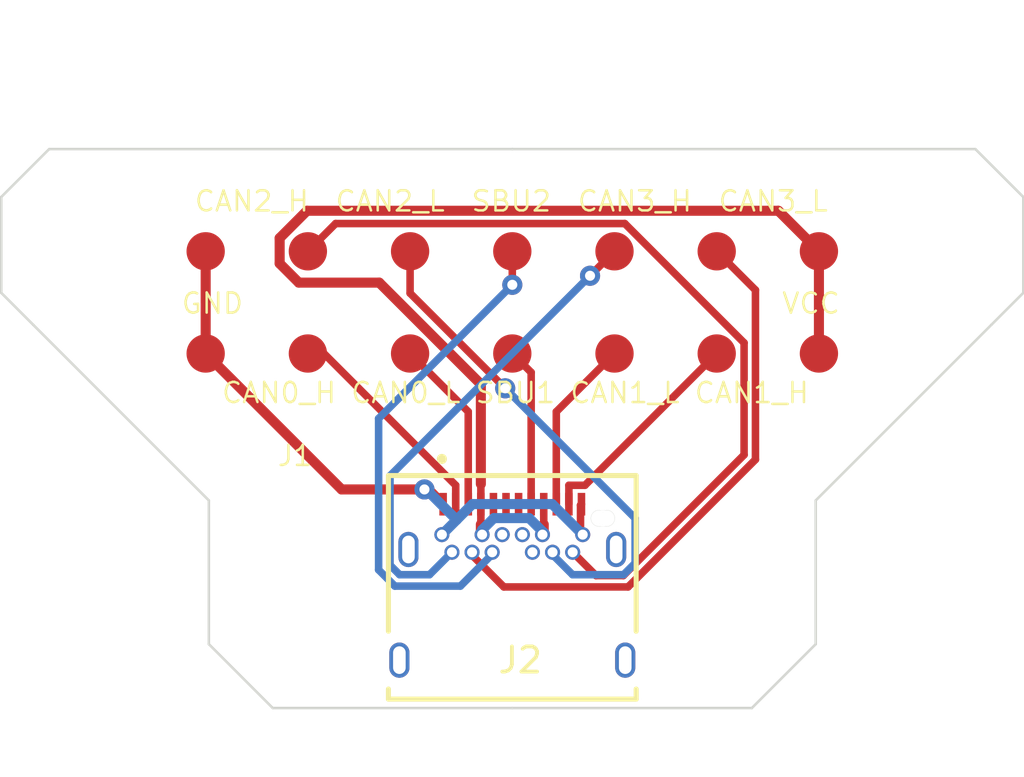
<source format=kicad_pcb>
(kicad_pcb (version 20221018) (generator pcbnew)
  (layers (0 "F.Cu" signal) (31 "B.Cu" signal) (34 "B.Paste" user) (35 "F.Paste" user) (36 "B.SilkS" user "B.Silkscreen") (37 "F.SilkS" user "F.Silkscreen") (38 "B.Mask" user) (39 "F.Mask" user) (44 "Edge.Cuts" user))
  (net 0 "")
  (net 1 "+12V")
  (net 2 "/CAN0_H")
  (net 3 "/CAN0_L")
  (net 4 "GND")
  (net 8 "/SBU1")
  (net 9 "/CAN1_L")
  (net 10 "/CAN1_H")
  (net 11 "/CAN2_H")
  (net 12 "/CAN2_L")
  (net 16 "/SBU2")
  (net 17 "/CAN3_L")
  (net 18 "/CAN3_H")
  (footprint "MountingHole:MountingHole_3mm" (layer "F.Cu") (at 123.698 76.962)
    (fp_text reference "H1" hide)
    (fp_text value "MountingHole" hide)
    (pad "" np_thru_hole circle (at 0 0) (size 3 3) (drill 3) (layers "*.Cu" "*.Mask"))
  )
  (footprint "CommaPogo_Library:GCT_USB4056-03-A_REVA2" (layer "F.Cu") (at 140.335 93.98)
    (fp_text reference "J2" (at 0.3175 0) (layer "F.SilkS"))
    (fp_text value "Conn_02x12_Row_Letter_Last")
    (fp_line (start -4.925 -7.34) (end -4.925 -1.15) (stroke (width 0.2)) (layer "F.SilkS"))
    (fp_line (start -4.925 -7.34) (end 4.925 -7.34) (stroke (width 0.2)) (layer "F.SilkS"))
    (fp_line (start -4.925 1.55) (end -4.925 1.15) (stroke (width 0.2)) (layer "F.SilkS"))
    (fp_line (start -4.925 1.55) (end 4.925 1.55) (stroke (width 0.2)) (layer "F.SilkS"))
    (fp_line (start 4.925 -1.15) (end 4.925 -7.34) (stroke (width 0.2)) (layer "F.SilkS"))
    (fp_line (start 4.925 1.55) (end 4.925 1.15) (stroke (width 0.2)) (layer "F.SilkS"))
    (fp_circle (center -2.8 -8) (end -2.7 -8) (stroke (width 0.2)) (fill none) (layer "F.SilkS"))
    (fp_line (start 3.45 -5.965) (end 3.75 -5.965) (stroke (width 0.01)) (layer "Edge.Cuts"))
    (fp_line (start 3.75 -5.315) (end 3.45 -5.315) (stroke (width 0.01)) (layer "Edge.Cuts"))
    (fp_arc (start 3.125 -5.64) (mid 3.22019 -5.86981) (end 3.45 -5.965) (stroke (width 0.01)) (layer "Edge.Cuts"))
    (fp_arc (start 3.45 -5.315) (mid 3.22019 -5.41019) (end 3.125 -5.64) (stroke (width 0.01)) (layer "Edge.Cuts"))
    (fp_arc (start 3.75 -5.965) (mid 3.97981 -5.86981) (end 4.075 -5.64) (stroke (width 0.01)) (layer "Edge.Cuts"))
    (fp_arc (start 4.075 -5.64) (mid 3.97981 -5.41019) (end 3.75 -5.315) (stroke (width 0.01)) (layer "Edge.Cuts"))
    (pad "" np_thru_hole circle (at -3.6 -5.64) (size 0.65 0.65) (drill 0.65) (layers "*.Cu" "*.Mask"))
    (pad "" np_thru_hole circle (at 3.6 -5.64) (size 0.65 0.65) (drill 0.65) (layers "*.Cu" "*.Mask"))
    (pad "A1" smd rect (at -2.75 -6.2) (size 0.3 0.9) (layers "F.Cu" "F.Paste" "F.Mask") (net 4 "GND"))
    (pad "A2" smd rect (at -2.25 -6.2) (size 0.3 0.9) (layers "F.Cu" "F.Paste" "F.Mask") (net 2 "/CAN0_H"))
    (pad "A3" smd rect (at -1.75 -6.2) (size 0.3 0.9) (layers "F.Cu" "F.Paste" "F.Mask") (net 3 "/CAN0_L"))
    (pad "A4" smd rect (at -1.25 -6.2) (size 0.3 0.9) (layers "F.Cu" "F.Paste" "F.Mask") (net 1 "+12V"))
    (pad "A5" smd rect (at -0.75 -6.2) (size 0.3 0.9) (layers "F.Cu" "F.Paste" "F.Mask"))
    (pad "A6" smd rect (at -0.25 -6.2) (size 0.3 0.9) (layers "F.Cu" "F.Paste" "F.Mask"))
    (pad "A7" smd rect (at 0.25 -6.2) (size 0.3 0.9) (layers "F.Cu" "F.Paste" "F.Mask"))
    (pad "A8" smd rect (at 0.75 -6.2) (size 0.3 0.9) (layers "F.Cu" "F.Paste" "F.Mask") (net 8 "/SBU1"))
    (pad "A9" smd rect (at 1.25 -6.2) (size 0.3 0.9) (layers "F.Cu" "F.Paste" "F.Mask") (net 1 "+12V"))
    (pad "A10" smd rect (at 1.75 -6.2) (size 0.3 0.9) (layers "F.Cu" "F.Paste" "F.Mask") (net 9 "/CAN1_L"))
    (pad "A11" smd rect (at 2.25 -6.2) (size 0.3 0.9) (layers "F.Cu" "F.Paste" "F.Mask") (net 10 "/CAN1_H"))
    (pad "A12" smd rect (at 2.75 -6.2) (size 0.3 0.9) (layers "F.Cu" "F.Paste" "F.Mask") (net 4 "GND"))
    (pad "B1" thru_hole circle (at 2.8 -4.99) (size 0.6 0.6) (drill 0.4) (layers "*.Cu" "*.Mask") (net 4 "GND"))
    (pad "B2" thru_hole circle (at 2.4 -4.29) (size 0.6 0.6) (drill 0.4) (layers "*.Cu" "*.Mask") (net 11 "/CAN2_H"))
    (pad "B3" thru_hole circle (at 1.6 -4.29) (size 0.6 0.6) (drill 0.4) (layers "*.Cu" "*.Mask") (net 12 "/CAN2_L"))
    (pad "B4" thru_hole circle (at 1.2 -4.99) (size 0.6 0.6) (drill 0.4) (layers "*.Cu" "*.Mask") (net 1 "+12V"))
    (pad "B5" thru_hole circle (at 0.8 -4.29) (size 0.6 0.6) (drill 0.4) (layers "*.Cu" "*.Mask"))
    (pad "B6" thru_hole circle (at 0.4 -4.99) (size 0.6 0.6) (drill 0.4) (layers "*.Cu" "*.Mask"))
    (pad "B7" thru_hole circle (at -0.4 -4.99) (size 0.6 0.6) (drill 0.4) (layers "*.Cu" "*.Mask"))
    (pad "B8" thru_hole circle (at -0.8 -4.29) (size 0.6 0.6) (drill 0.4) (layers "*.Cu" "*.Mask") (net 16 "/SBU2"))
    (pad "B9" thru_hole circle (at -1.2 -4.99) (size 0.6 0.6) (drill 0.4) (layers "*.Cu" "*.Mask") (net 1 "+12V"))
    (pad "B10" thru_hole circle (at -1.6 -4.29) (size 0.6 0.6) (drill 0.4) (layers "*.Cu" "*.Mask") (net 17 "/CAN3_L"))
    (pad "B11" thru_hole circle (at -2.4 -4.29) (size 0.6 0.6) (drill 0.4) (layers "*.Cu" "*.Mask") (net 18 "/CAN3_H"))
    (pad "B12" thru_hole circle (at -2.8 -4.99) (size 0.6 0.6) (drill 0.4) (layers "*.Cu" "*.Mask") (net 4 "GND"))
    (pad "S1" thru_hole oval (at -4.13 -4.4) (size 0.8 1.4) (drill oval 0.5 1.1) (layers "*.Cu" "*.Mask"))
    (pad "S2" thru_hole oval (at 4.13 -4.4) (size 0.8 1.4) (drill oval 0.5 1.1) (layers "*.Cu" "*.Mask"))
    (pad "S3" thru_hole oval (at -4.49 0) (size 0.8 1.4) (drill oval 0.5 1.1) (layers "*.Cu" "*.Mask"))
    (pad "S4" thru_hole oval (at 4.49 0) (size 0.8 1.4) (drill oval 0.5 1.1) (layers "*.Cu" "*.Mask"))
  )
  (footprint "MountingHole:MountingHole_3mm" (layer "F.Cu") (at 148.844 92.202)
    (fp_text reference "H4" hide)
    (fp_text value "MountingHole" hide)
    (pad "" np_thru_hole circle (at 0 0) (size 3 3) (drill 3) (layers "*.Cu" "*.Mask"))
  )
  (footprint "MountingHole:MountingHole_3mm" (layer "F.Cu") (at 131.826 92.202)
    (fp_text reference "H3" hide)
    (fp_text value "MountingHole" hide)
    (pad "" np_thru_hole circle (at 0 0) (size 3 3) (drill 3) (layers "*.Cu" "*.Mask"))
  )
  (footprint "MountingHole:MountingHole_3mm" (layer "F.Cu") (at 156.972 76.962)
    (fp_text reference "H2" hide)
    (fp_text value "MountingHole" hide)
    (pad "" np_thru_hole circle (at 0 0) (size 3 3) (drill 3) (layers "*.Cu" "*.Mask"))
  )
  (footprint "CommaPogo_Library:2x7_Pogo_Male" (layer "F.Cu") (at 140.335 83.82)
    (fp_text reference "J1" (at -8.636 2.032 unlocked) (layer "F.SilkS") (effects (font (size 0.8 0.8) (thickness 0.1))))
    (fp_text value "Conn_02x07_Row_Letter_Last")
    (fp_text user "VCC" (at 10.668 -3.556 unlocked) (layer "F.SilkS") (effects (font (size 0.8 0.8) (thickness 0.1)) (justify left bottom)))
    (fp_text user "CAN3_H" (at 2.539998 -7.62 unlocked) (layer "F.SilkS") (effects (font (size 0.8 0.8) (thickness 0.1)) (justify left bottom)))
    (fp_text user "CAN0_L" (at -6.470621 0 unlocked) (layer "F.SilkS") (effects (font (size 0.8 0.8) (thickness 0.1)) (justify left bottom)))
    (fp_text user "SBU1" (at -1.524002 0 unlocked) (layer "F.SilkS") (effects (font (size 0.8 0.8) (thickness 0.1)) (justify left bottom)))
    (fp_text user "GND" (at -13.208 -3.556 unlocked) (layer "F.SilkS") (effects (font (size 0.8 0.8) (thickness 0.1)) (justify left bottom)))
    (fp_text user "SBU2" (at -1.68605 -7.62 unlocked) (layer "F.SilkS") (effects (font (size 0.8 0.8) (thickness 0.1)) (justify left bottom)))
    (fp_text user "CAN2_H" (at -12.690526 -7.62 unlocked) (layer "F.SilkS") (effects (font (size 0.8 0.8) (thickness 0.1)) (justify left bottom)))
    (fp_text user "CAN0_H" (at -11.607716 0 unlocked) (layer "F.SilkS") (effects (font (size 0.8 0.8) (thickness 0.1)) (justify left bottom)))
    (fp_text user "CAN3_L" (at 8.137474 -7.62 unlocked) (layer "F.SilkS") (effects (font (size 0.8 0.8) (thickness 0.1)) (justify left bottom)))
    (fp_text user "CAN1_L" (at 2.241665 0 unlocked) (layer "F.SilkS") (effects (font (size 0.8 0.8) (thickness 0.1)) (justify left bottom)))
    (fp_text user "CAN2_L" (at -7.09305 -7.62 unlocked) (layer "F.SilkS") (effects (font (size 0.8 0.8) (thickness 0.1)) (justify left bottom)))
    (fp_text user "CAN1_H" (at 7.188284 0 unlocked) (layer "F.SilkS") (effects (font (size 0.8 0.8) (thickness 0.1)) (justify left bottom)))
    (pad "1" smd circle (at -12.192 -6.096) (size 1.524 1.524) (layers "F.Cu" "F.Paste" "F.Mask") (net 4 "GND"))
    (pad "2" smd circle (at -8.128 -6.096) (size 1.524 1.524) (layers "F.Cu" "F.Paste" "F.Mask") (net 11 "/CAN2_H"))
    (pad "3" smd circle (at -4.064 -6.096) (size 1.524 1.524) (layers "F.Cu" "F.Paste" "F.Mask") (net 12 "/CAN2_L"))
    (pad "4" smd circle (at 0 -6.096) (size 1.524 1.524) (layers "F.Cu" "F.Paste" "F.Mask") (net 16 "/SBU2"))
    (pad "5" smd circle (at 4.064 -6.096) (size 1.524 1.524) (layers "F.Cu" "F.Paste" "F.Mask") (net 18 "/CAN3_H"))
    (pad "6" smd circle (at 8.128 -6.096) (size 1.524 1.524) (layers "F.Cu" "F.Paste" "F.Mask") (net 17 "/CAN3_L"))
    (pad "7" smd circle (at 12.192 -6.096) (size 1.524 1.524) (layers "F.Cu" "F.Paste" "F.Mask") (net 1 "+12V"))
    (pad "8" smd circle (at -12.192 -2.032) (size 1.524 1.524) (layers "F.Cu" "F.Paste" "F.Mask") (net 4 "GND"))
    (pad "9" smd circle (at -8.128 -2.032) (size 1.524 1.524) (layers "F.Cu" "F.Paste" "F.Mask") (net 2 "/CAN0_H"))
    (pad "10" smd circle (at -4.064 -2.032) (size 1.524 1.524) (layers "F.Cu" "F.Paste" "F.Mask") (net 3 "/CAN0_L"))
    (pad "11" smd circle (at 0 -2.032) (size 1.524 1.524) (layers "F.Cu" "F.Paste" "F.Mask") (net 8 "/SBU1"))
    (pad "12" smd circle (at 4.064 -2.032) (size 1.524 1.524) (layers "F.Cu" "F.Paste" "F.Mask") (net 9 "/CAN1_L"))
    (pad "13" smd circle (at 8.128 -2.032) (size 1.524 1.524) (layers "F.Cu" "F.Paste" "F.Mask") (net 10 "/CAN1_H"))
    (pad "14" smd circle (at 12.192 -2.032) (size 1.524 1.524) (layers "F.Cu" "F.Paste" "F.Mask") (net 1 "+12V"))
  )
  (gr_line (start 158.75 73.66) (end 160.655 75.565) (stroke (width 0.1)) (layer "Edge.Cuts"))
  (gr_line (start 160.655 75.565) (end 160.655 79.375) (stroke (width 0.1)) (layer "Edge.Cuts"))
  (gr_line (start 140.335 73.66) (end 158.75 73.66) (stroke (width 0.1)) (layer "Edge.Cuts"))
  (gr_line (start 121.92 73.66) (end 140.335 73.66) (stroke (width 0.1)) (layer "Edge.Cuts"))
  (gr_line (start 120.015 79.375) (end 120.015 75.565) (stroke (width 0.1)) (layer "Edge.Cuts"))
  (gr_line (start 160.655 79.375) (end 159.385 80.645) (stroke (width 0.1)) (layer "Edge.Cuts"))
  (gr_line (start 120.015 75.565) (end 121.92 73.66) (stroke (width 0.1)) (layer "Edge.Cuts"))
  (gr_line (start 128.27 87.63) (end 128.27 93.345) (stroke (width 0.1)) (layer "Edge.Cuts"))
  (gr_line (start 159.385 80.645) (end 152.4 87.63) (stroke (width 0.1)) (layer "Edge.Cuts"))
  (gr_line (start 152.4 87.63) (end 152.4 93.345) (stroke (width 0.1)) (layer "Edge.Cuts"))
  (gr_line (start 140.335 95.885) (end 130.81 95.885) (stroke (width 0.1)) (layer "Edge.Cuts"))
  (gr_line (start 121.285 80.645) (end 120.015 79.375) (stroke (width 0.1)) (layer "Edge.Cuts"))
  (gr_line (start 149.86 95.885) (end 140.335 95.885) (stroke (width 0.1)) (layer "Edge.Cuts"))
  (gr_line (start 130.81 95.885) (end 128.27 93.345) (stroke (width 0.1)) (layer "Edge.Cuts"))
  (gr_line (start 128.27 87.63) (end 121.285 80.645) (stroke (width 0.1)) (layer "Edge.Cuts"))
  (gr_line (start 152.4 93.345) (end 149.86 95.885) (stroke (width 0.1)) (layer "Edge.Cuts"))
  (segment (start 139.085 86.9779) (end 139.085 87.78) (width 0.2998) (layer "F.Cu") (net 1))
  (segment (start 139.085 88.5821) (end 139.085 87.78) (width 0.2998) (layer "F.Cu") (net 1))
  (segment (start 131.0848 77.199) (end 131.0848 78.2088) (width 0.4) (layer "F.Cu") (net 1))
  (segment (start 139.085 88.94) (end 139.085 88.5821) (width 0.4) (layer "F.Cu") (net 1))
  (segment (start 131.8454 78.9694) (end 135.045 78.9694) (width 0.4) (layer "F.Cu") (net 1))
  (segment (start 141.535 88.99) (end 141.585 88.94) (width 0.4) (layer "F.Cu") (net 1))
  (segment (start 139.085 83.0094) (end 139.085 86.9779) (width 0.4) (layer "F.Cu") (net 1))
  (segment (start 152.527 77.724) (end 150.9156 76.1126) (width 0.4) (layer "F.Cu") (net 1))
  (segment (start 131.0848 78.2088) (end 131.8454 78.9694) (width 0.4) (layer "F.Cu") (net 1))
  (segment (start 150.9156 76.1126) (end 132.1712 76.1126) (width 0.4) (layer "F.Cu") (net 1))
  (segment (start 139.135 88.99) (end 139.085 88.94) (width 0.4) (layer "F.Cu") (net 1))
  (segment (start 141.585 88.5821) (end 141.585 87.78) (width 0.2998) (layer "F.Cu") (net 1))
  (segment (start 135.045 78.9694) (end 139.085 83.0094) (width 0.4) (layer "F.Cu") (net 1))
  (segment (start 141.585 88.94) (end 141.585 88.5821) (width 0.4) (layer "F.Cu") (net 1))
  (segment (start 132.1712 76.1126) (end 131.0848 77.199) (width 0.4) (layer "F.Cu") (net 1))
  (segment (start 152.527 81.788) (end 152.527 77.724) (width 0.4) (layer "F.Cu") (net 1))
  (segment (start 141.0042 88.3321) (end 141.535 88.8629) (width 0.4) (layer "B.Cu") (net 1))
  (segment (start 139.135 88.7991) (end 139.602 88.3321) (width 0.4) (layer "B.Cu") (net 1))
  (segment (start 139.602 88.3321) (end 141.0042 88.3321) (width 0.4) (layer "B.Cu") (net 1))
  (segment (start 141.535 88.8629) (end 141.535 88.99) (width 0.4) (layer "B.Cu") (net 1))
  (segment (start 139.135 88.99) (end 139.135 88.7991) (width 0.4) (layer "B.Cu") (net 1))
  (segment (start 138.085 87.78) (end 138.085 87.0281) (width 0.3) (layer "F.Cu") (net 2))
  (segment (start 138.085 87.0281) (end 132.8449 81.788) (width 0.3) (layer "F.Cu") (net 2))
  (segment (start 132.8449 81.788) (end 132.207 81.788) (width 0.3) (layer "F.Cu") (net 2))
  (segment (start 138.5831 87.7781) (end 138.585 87.78) (width 0.3) (layer "F.Cu") (net 3))
  (segment (start 138.5831 84.1001) (end 138.5831 87.7781) (width 0.3) (layer "F.Cu") (net 3))
  (segment (start 136.271 81.788) (end 138.5831 84.1001) (width 0.3) (layer "F.Cu") (net 3))
  (segment (start 136.8418 87.1929) (end 133.5479 87.1929) (width 0.4) (layer "F.Cu") (net 4))
  (segment (start 133.5479 87.1929) (end 128.143 81.788) (width 0.4) (layer "F.Cu") (net 4))
  (segment (start 128.143 77.724) (end 128.143 81.788) (width 0.4) (layer "F.Cu") (net 4))
  (segment (start 143.135 88.99) (end 143.0475 88.9025) (width 0.2998) (layer "F.Cu") (net 4))
  (segment (start 137.4373 87.6323) (end 136.9979 87.1929) (width 0.4) (layer "F.Cu") (net 4))
  (segment (start 143.0475 87.8175) (end 143.085 87.78) (width 0.2998) (layer "F.Cu") (net 4))
  (segment (start 137.4373 87.6323) (end 137.585 87.78) (width 0.2998) (layer "F.Cu") (net 4))
  (segment (start 143.0475 88.9025) (end 143.0475 87.8175) (width 0.2998) (layer "F.Cu") (net 4))
  (segment (start 136.9979 87.1929) (end 136.8418 87.1929) (width 0.4) (layer "F.Cu") (net 4))
  (via (at 136.8418 87.1929) (size 0.8) (drill 0.4) (layers "F.Cu" "B.Cu") (net 4))
  (segment (start 141.9193 87.7743) (end 138.7507 87.7743) (width 0.4) (layer "B.Cu") (net 4))
  (segment (start 138.1224 88.4026) (end 136.9127 87.1929) (width 0.4) (layer "B.Cu") (net 4))
  (segment (start 136.9127 87.1929) (end 136.8418 87.1929) (width 0.4) (layer "B.Cu") (net 4))
  (segment (start 138.1224 88.4026) (end 137.535 88.99) (width 0.4) (layer "B.Cu") (net 4))
  (segment (start 138.7507 87.7743) (end 138.1224 88.4026) (width 0.4) (layer "B.Cu") (net 4))
  (segment (start 143.135 88.99) (end 141.9193 87.7743) (width 0.4) (layer "B.Cu") (net 4))
  (segment (start 141.085 82.538) (end 141.085 87.78) (width 0.3) (layer "F.Cu") (net 8))
  (segment (start 140.335 81.788) (end 141.085 82.538) (width 0.3) (layer "F.Cu") (net 8))
  (segment (start 142.085 87.78) (end 142.085 84.102) (width 0.3) (layer "F.Cu") (net 9))
  (segment (start 142.085 84.102) (end 144.399 81.788) (width 0.3) (layer "F.Cu") (net 9))
  (segment (start 143.2229 87.0281) (end 148.463 81.788) (width 0.3) (layer "F.Cu") (net 10))
  (segment (start 142.585 87.0281) (end 143.2229 87.0281) (width 0.3) (layer "F.Cu") (net 10))
  (segment (start 142.585 87.78) (end 142.585 87.0281) (width 0.3) (layer "F.Cu") (net 10))
  (segment (start 149.5512 85.8173) (end 144.7507 90.6178) (width 0.3) (layer "F.Cu") (net 11))
  (segment (start 144.8082 76.6204) (end 149.5512 81.3634) (width 0.3) (layer "F.Cu") (net 11))
  (segment (start 133.3106 76.6204) (end 144.8082 76.6204) (width 0.3) (layer "F.Cu") (net 11))
  (segment (start 149.5512 81.3634) (end 149.5512 85.8173) (width 0.3) (layer "F.Cu") (net 11))
  (segment (start 143.6628 90.6178) (end 142.735 89.69) (width 0.3) (layer "F.Cu") (net 11))
  (segment (start 132.207 77.724) (end 133.3106 76.6204) (width 0.3) (layer "F.Cu") (net 11))
  (segment (start 144.7507 90.6178) (end 143.6628 90.6178) (width 0.3) (layer "F.Cu") (net 11))
  (segment (start 136.271 77.724) (end 136.271 79.3899) (width 0.3) (layer "F.Cu") (net 12))
  (segment (start 136.271 79.3899) (end 140.0528 83.1717) (width 0.3) (layer "F.Cu") (net 12))
  (via (at 140.0528 83.1717) (size 0.8) (drill 0.4) (layers "F.Cu" "B.Cu") (net 12))
  (segment (start 145.2183 90.1233) (end 145.2183 88.3372) (width 0.3) (layer "B.Cu") (net 12))
  (segment (start 141.935 89.7857) (end 142.7322 90.5829) (width 0.3) (layer "B.Cu") (net 12))
  (segment (start 145.2183 88.3372) (end 140.0528 83.1717) (width 0.3) (layer "B.Cu") (net 12))
  (segment (start 144.7587 90.5829) (end 145.2183 90.1233) (width 0.3) (layer "B.Cu") (net 12))
  (segment (start 142.7322 90.5829) (end 144.7587 90.5829) (width 0.3) (layer "B.Cu") (net 12))
  (segment (start 141.935 89.69) (end 141.935 89.7857) (width 0.3) (layer "B.Cu") (net 12))
  (segment (start 140.335 79.0565) (end 140.335 77.724) (width 0.3) (layer "F.Cu") (net 16))
  (via (at 140.335 79.0565) (size 0.8) (drill 0.4) (layers "F.Cu" "B.Cu") (net 16))
  (segment (start 138.2718 91.036) (end 135.6663 91.036) (width 0.3) (layer "B.Cu") (net 16))
  (segment (start 135.0195 84.372) (end 140.335 79.0565) (width 0.3) (layer "B.Cu") (net 16))
  (segment (start 135.6663 91.036) (end 135.0195 90.3892) (width 0.3) (layer "B.Cu") (net 16))
  (segment (start 139.535 89.69) (end 139.535 89.7728) (width 0.3) (layer "B.Cu") (net 16))
  (segment (start 135.0195 90.3892) (end 135.0195 84.372) (width 0.3) (layer "B.Cu") (net 16))
  (segment (start 139.535 89.7728) (end 138.2718 91.036) (width 0.3) (layer "B.Cu") (net 16))
  (segment (start 150.0031 79.2641) (end 148.463 77.724) (width 0.3) (layer "F.Cu") (net 17))
  (segment (start 139.9991 91.0697) (end 144.9378 91.0697) (width 0.3) (layer "F.Cu") (net 17))
  (segment (start 138.735 89.8056) (end 139.9991 91.0697) (width 0.3) (layer "F.Cu") (net 17))
  (segment (start 150.0031 86.0044) (end 150.0031 79.2641) (width 0.3) (layer "F.Cu") (net 17))
  (segment (start 138.735 89.69) (end 138.735 89.8056) (width 0.3) (layer "F.Cu") (net 17))
  (segment (start 144.9378 91.0697) (end 150.0031 86.0044) (width 0.3) (layer "F.Cu") (net 17))
  (segment (start 143.4263 78.6967) (end 144.399 77.724) (width 0.3) (layer "F.Cu") (net 18))
  (via (at 143.4263 78.6967) (size 0.8) (drill 0.4) (layers "F.Cu" "B.Cu") (net 18))
  (segment (start 135.854 90.5826) (end 135.4729 90.2015) (width 0.3) (layer "B.Cu") (net 18))
  (segment (start 135.4729 90.2015) (end 135.4729 86.6501) (width 0.3) (layer "B.Cu") (net 18))
  (segment (start 137.935 89.69) (end 137.0424 90.5826) (width 0.3) (layer "B.Cu") (net 18))
  (segment (start 137.0424 90.5826) (end 135.854 90.5826) (width 0.3) (layer "B.Cu") (net 18))
  (segment (start 135.4729 86.6501) (end 143.4263 78.6967) (width 0.3) (layer "B.Cu") (net 18))
)
</source>
